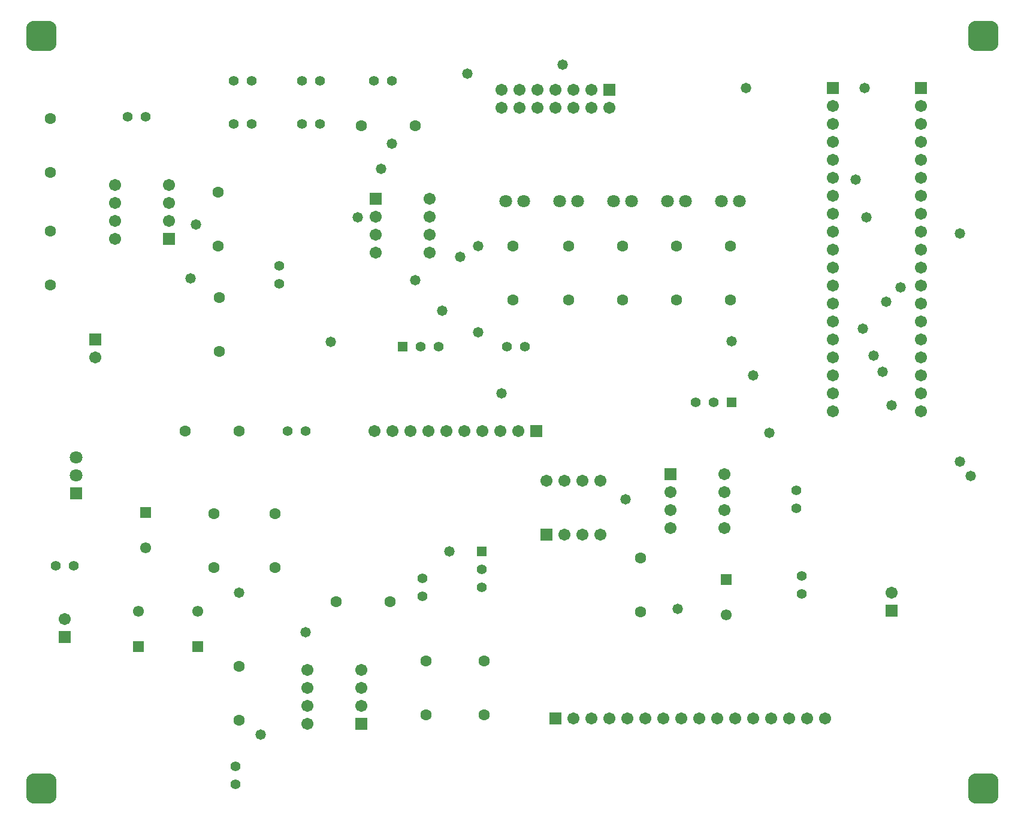
<source format=gbs>
%FSLAX25Y25*%
%MOIN*%
G70*
G01*
G75*
G04 Layer_Color=16711935*
%ADD10C,0.02000*%
%ADD11C,0.02500*%
%ADD12C,0.01000*%
%ADD13C,0.05906*%
%ADD14R,0.05906X0.05906*%
%ADD15C,0.04724*%
%ADD16R,0.05906X0.05906*%
%ADD17C,0.05906*%
%ADD18R,0.05906X0.05906*%
%ADD19C,0.05512*%
%ADD20C,0.06299*%
%ADD21R,0.04724X0.04724*%
%ADD22C,0.06299*%
%ADD23R,0.06299X0.06299*%
%ADD24R,0.05315X0.05315*%
%ADD25C,0.05315*%
%ADD26R,0.04724X0.04724*%
%ADD27R,0.05906X0.05906*%
G04:AMPARAMS|DCode=28|XSize=160mil|YSize=160mil|CornerRadius=40mil|HoleSize=0mil|Usage=FLASHONLY|Rotation=0.000|XOffset=0mil|YOffset=0mil|HoleType=Round|Shape=RoundedRectangle|*
%AMROUNDEDRECTD28*
21,1,0.16000,0.08000,0,0,0.0*
21,1,0.08000,0.16000,0,0,0.0*
1,1,0.08000,0.04000,-0.04000*
1,1,0.08000,-0.04000,-0.04000*
1,1,0.08000,-0.04000,0.04000*
1,1,0.08000,0.04000,0.04000*
%
%ADD28ROUNDEDRECTD28*%
%ADD29C,0.05000*%
%ADD30C,0.00787*%
%ADD31C,0.00500*%
%ADD32C,0.00984*%
%ADD33C,0.02362*%
%ADD34C,0.00800*%
%ADD35C,0.00591*%
%ADD36C,0.06706*%
%ADD37R,0.06706X0.06706*%
%ADD38C,0.05524*%
%ADD39R,0.06706X0.06706*%
%ADD40C,0.06706*%
%ADD41R,0.06706X0.06706*%
%ADD42C,0.06312*%
%ADD43C,0.07099*%
%ADD44R,0.05524X0.05524*%
%ADD45C,0.07099*%
%ADD46R,0.07099X0.07099*%
%ADD47R,0.06115X0.06115*%
%ADD48C,0.06115*%
%ADD49R,0.05524X0.05524*%
%ADD50R,0.06706X0.06706*%
G04:AMPARAMS|DCode=51|XSize=168mil|YSize=168mil|CornerRadius=44mil|HoleSize=0mil|Usage=FLASHONLY|Rotation=0.000|XOffset=0mil|YOffset=0mil|HoleType=Round|Shape=RoundedRectangle|*
%AMROUNDEDRECTD51*
21,1,0.16800,0.08000,0,0,0.0*
21,1,0.08000,0.16800,0,0,0.0*
1,1,0.08800,0.04000,-0.04000*
1,1,0.08800,-0.04000,-0.04000*
1,1,0.08800,-0.04000,0.04000*
1,1,0.08800,0.04000,0.04000*
%
%ADD51ROUNDEDRECTD51*%
%ADD52C,0.05800*%
D36*
X269000Y392000D02*
D03*
Y402000D02*
D03*
X279000Y392000D02*
D03*
Y402000D02*
D03*
X289000Y392000D02*
D03*
Y402000D02*
D03*
X299000Y392000D02*
D03*
Y402000D02*
D03*
X309000Y392000D02*
D03*
Y402000D02*
D03*
X319000Y392000D02*
D03*
Y402000D02*
D03*
X329000Y392000D02*
D03*
X26000Y107500D02*
D03*
X449000Y52000D02*
D03*
X439000D02*
D03*
X429000D02*
D03*
X419000D02*
D03*
X409000D02*
D03*
X399000D02*
D03*
X389000D02*
D03*
X379000D02*
D03*
X369000D02*
D03*
X359000D02*
D03*
X349000D02*
D03*
X339000D02*
D03*
X329000D02*
D03*
X319000D02*
D03*
X309000D02*
D03*
X363000Y178000D02*
D03*
Y168000D02*
D03*
Y158000D02*
D03*
X393000Y188000D02*
D03*
Y178000D02*
D03*
Y168000D02*
D03*
Y158000D02*
D03*
X486000Y122000D02*
D03*
X453500Y223000D02*
D03*
Y233000D02*
D03*
Y243000D02*
D03*
Y253000D02*
D03*
Y263000D02*
D03*
Y273000D02*
D03*
Y283000D02*
D03*
Y293000D02*
D03*
Y303000D02*
D03*
Y313000D02*
D03*
Y323000D02*
D03*
Y333000D02*
D03*
Y343000D02*
D03*
Y353000D02*
D03*
Y363000D02*
D03*
Y373000D02*
D03*
Y383000D02*
D03*
Y393000D02*
D03*
X502500Y223000D02*
D03*
Y233000D02*
D03*
Y243000D02*
D03*
Y253000D02*
D03*
Y263000D02*
D03*
Y273000D02*
D03*
Y283000D02*
D03*
Y293000D02*
D03*
Y303000D02*
D03*
Y313000D02*
D03*
Y323000D02*
D03*
Y333000D02*
D03*
Y343000D02*
D03*
Y353000D02*
D03*
Y363000D02*
D03*
Y373000D02*
D03*
Y383000D02*
D03*
Y393000D02*
D03*
X161000Y79000D02*
D03*
Y69000D02*
D03*
Y59000D02*
D03*
Y49000D02*
D03*
X191000Y79000D02*
D03*
Y69000D02*
D03*
Y59000D02*
D03*
X43000Y253000D02*
D03*
D37*
X329000Y402000D02*
D03*
X299000Y52000D02*
D03*
X363000Y188000D02*
D03*
X191000Y49000D02*
D03*
D38*
X130000Y383000D02*
D03*
X120000D02*
D03*
X61000Y387000D02*
D03*
X71000D02*
D03*
X198000Y407000D02*
D03*
X208000D02*
D03*
X158000D02*
D03*
X168000D02*
D03*
X130000D02*
D03*
X120000D02*
D03*
X31000Y137000D02*
D03*
X21000D02*
D03*
X234000Y259000D02*
D03*
X224000D02*
D03*
X377000Y228000D02*
D03*
X387000D02*
D03*
X282000Y259000D02*
D03*
X272000D02*
D03*
X168000Y383000D02*
D03*
X158000D02*
D03*
X433000Y179000D02*
D03*
Y169000D02*
D03*
X436000Y131500D02*
D03*
Y121500D02*
D03*
X121000Y25500D02*
D03*
Y15500D02*
D03*
X160000Y212000D02*
D03*
X150000D02*
D03*
X145500Y294000D02*
D03*
Y304000D02*
D03*
X225000Y120000D02*
D03*
Y130000D02*
D03*
X258000Y125000D02*
D03*
Y135000D02*
D03*
D39*
X199000Y341500D02*
D03*
X84000Y319000D02*
D03*
D40*
X199000Y331500D02*
D03*
Y321500D02*
D03*
Y311500D02*
D03*
X229000Y341500D02*
D03*
Y331500D02*
D03*
Y321500D02*
D03*
Y311500D02*
D03*
X84000Y329000D02*
D03*
Y339000D02*
D03*
Y349000D02*
D03*
X54000Y319000D02*
D03*
Y329000D02*
D03*
Y339000D02*
D03*
Y349000D02*
D03*
X324000Y184500D02*
D03*
X314000D02*
D03*
X304000D02*
D03*
X294000D02*
D03*
X324000Y154500D02*
D03*
X314000D02*
D03*
X304000D02*
D03*
X278500Y212000D02*
D03*
X268500D02*
D03*
X258500D02*
D03*
X248500D02*
D03*
X238500D02*
D03*
X228500D02*
D03*
X218500D02*
D03*
X198500D02*
D03*
X208500D02*
D03*
D41*
X26000Y97500D02*
D03*
X486000Y112000D02*
D03*
X453500Y403000D02*
D03*
X502500D02*
D03*
X43000Y263000D02*
D03*
D42*
X396500Y315000D02*
D03*
Y285000D02*
D03*
X366500Y315000D02*
D03*
Y285000D02*
D03*
X336500Y315000D02*
D03*
Y285000D02*
D03*
X306500Y315000D02*
D03*
Y285000D02*
D03*
X275500Y315000D02*
D03*
Y285000D02*
D03*
X346500Y111500D02*
D03*
Y141500D02*
D03*
X221000Y382000D02*
D03*
X191000D02*
D03*
X259500Y84000D02*
D03*
Y54000D02*
D03*
X123000Y81000D02*
D03*
Y51000D02*
D03*
X227000Y54000D02*
D03*
Y84000D02*
D03*
X123000Y212000D02*
D03*
X93000D02*
D03*
X112000Y256500D02*
D03*
Y286500D02*
D03*
X111500Y315000D02*
D03*
Y345000D02*
D03*
X207000Y117000D02*
D03*
X177000D02*
D03*
X18000Y293500D02*
D03*
Y323500D02*
D03*
Y356000D02*
D03*
Y386000D02*
D03*
X109000Y136000D02*
D03*
Y166000D02*
D03*
X143000Y136000D02*
D03*
Y166000D02*
D03*
D43*
X401500Y340000D02*
D03*
X391500D02*
D03*
X371500D02*
D03*
X361500D02*
D03*
X341500D02*
D03*
X331500D02*
D03*
X281500D02*
D03*
X271500D02*
D03*
X311500D02*
D03*
X301500D02*
D03*
D44*
X214000Y259000D02*
D03*
X397000Y228000D02*
D03*
D45*
X32500Y197500D02*
D03*
Y187500D02*
D03*
D46*
Y177500D02*
D03*
D47*
X100000Y92157D02*
D03*
X71000Y166843D02*
D03*
X394000Y129343D02*
D03*
X67000Y92157D02*
D03*
D48*
X100000Y111843D02*
D03*
X71000Y147157D02*
D03*
X394000Y109657D02*
D03*
X67000Y111843D02*
D03*
D49*
X258000Y145000D02*
D03*
D50*
X294000Y154500D02*
D03*
X288500Y212000D02*
D03*
D51*
X537000Y432000D02*
D03*
Y13000D02*
D03*
X13000D02*
D03*
Y432000D02*
D03*
D52*
X160000Y100000D02*
D03*
X123000Y122000D02*
D03*
X135000Y43000D02*
D03*
X99000Y327000D02*
D03*
X256000Y315000D02*
D03*
X208000Y372000D02*
D03*
X250000Y411000D02*
D03*
X466000Y352000D02*
D03*
X491000Y292000D02*
D03*
X483000Y284000D02*
D03*
X524000Y322000D02*
D03*
X470000Y269000D02*
D03*
X476000Y254000D02*
D03*
X481000Y245000D02*
D03*
X524000Y195000D02*
D03*
X486000Y226500D02*
D03*
X246000Y309000D02*
D03*
X256000Y267000D02*
D03*
X240000Y145000D02*
D03*
X221000Y296000D02*
D03*
X174000Y261900D02*
D03*
X202000Y358000D02*
D03*
X530000Y187000D02*
D03*
X236000Y279000D02*
D03*
X405000Y403000D02*
D03*
X303000Y416000D02*
D03*
X397000Y262000D02*
D03*
X409000Y243000D02*
D03*
X418000Y211000D02*
D03*
X472000Y331000D02*
D03*
X338000Y174000D02*
D03*
X471000Y403000D02*
D03*
X189000Y331000D02*
D03*
X367000Y113000D02*
D03*
X269000Y233000D02*
D03*
X96000Y297000D02*
D03*
M02*

</source>
